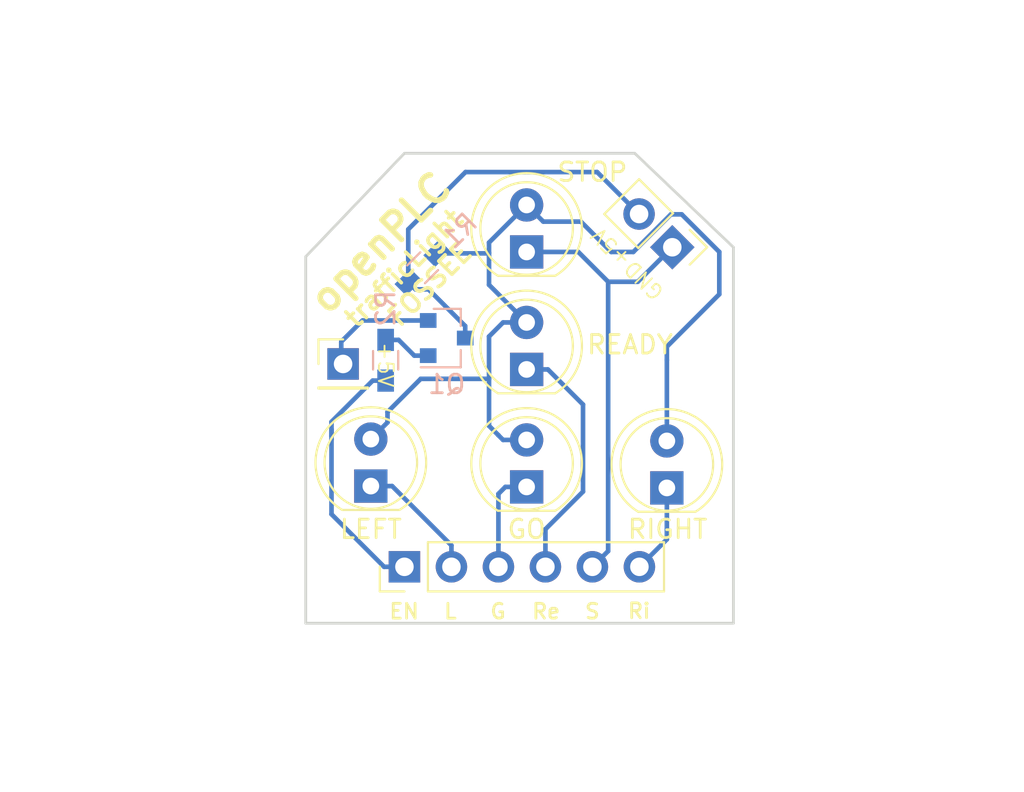
<source format=kicad_pcb>
(kicad_pcb (version 20171130) (host pcbnew 5.0.1)

  (general
    (thickness 1.6)
    (drawings 22)
    (tracks 73)
    (zones 0)
    (modules 11)
    (nets 11)
  )

  (page A4)
  (layers
    (0 F.Cu signal)
    (31 B.Cu signal)
    (32 B.Adhes user)
    (33 F.Adhes user)
    (34 B.Paste user)
    (35 F.Paste user)
    (36 B.SilkS user)
    (37 F.SilkS user)
    (38 B.Mask user)
    (39 F.Mask user)
    (40 Dwgs.User user)
    (41 Cmts.User user)
    (42 Eco1.User user)
    (43 Eco2.User user)
    (44 Edge.Cuts user)
    (45 Margin user)
    (46 B.CrtYd user hide)
    (47 F.CrtYd user hide)
    (48 B.Fab user hide)
    (49 F.Fab user hide)
  )

  (setup
    (last_trace_width 0.25)
    (trace_clearance 0.2)
    (zone_clearance 0.508)
    (zone_45_only no)
    (trace_min 0.2)
    (segment_width 0.2)
    (edge_width 0.15)
    (via_size 0.8)
    (via_drill 0.4)
    (via_min_size 0.4)
    (via_min_drill 0.3)
    (uvia_size 0.3)
    (uvia_drill 0.1)
    (uvias_allowed no)
    (uvia_min_size 0.2)
    (uvia_min_drill 0.1)
    (pcb_text_width 0.3)
    (pcb_text_size 1.5 1.5)
    (mod_edge_width 0.15)
    (mod_text_size 1 1)
    (mod_text_width 0.15)
    (pad_size 1.524 1.524)
    (pad_drill 0.762)
    (pad_to_mask_clearance 0.051)
    (solder_mask_min_width 0.25)
    (aux_axis_origin 0 0)
    (visible_elements FFFFFF7F)
    (pcbplotparams
      (layerselection 0x010fc_ffffffff)
      (usegerberextensions false)
      (usegerberattributes false)
      (usegerberadvancedattributes false)
      (creategerberjobfile false)
      (excludeedgelayer true)
      (linewidth 0.100000)
      (plotframeref false)
      (viasonmask false)
      (mode 1)
      (useauxorigin false)
      (hpglpennumber 1)
      (hpglpenspeed 20)
      (hpglpendiameter 15.000000)
      (psnegative false)
      (psa4output false)
      (plotreference true)
      (plotvalue true)
      (plotinvisibletext false)
      (padsonsilk false)
      (subtractmaskfromsilk false)
      (outputformat 1)
      (mirror false)
      (drillshape 0)
      (scaleselection 1)
      (outputdirectory "gerber/"))
  )

  (net 0 "")
  (net 1 "Net-(D1-Pad2)")
  (net 2 "Net-(D1-Pad1)")
  (net 3 "Net-(D2-Pad1)")
  (net 4 "Net-(D3-Pad1)")
  (net 5 "Net-(D4-Pad1)")
  (net 6 "Net-(D5-Pad1)")
  (net 7 +5C)
  (net 8 "Net-(J2-Pad2)")
  (net 9 "Net-(J1-Pad1)")
  (net 10 "Net-(Q1-Pad1)")

  (net_class Default "This is the default net class."
    (clearance 0.2)
    (trace_width 0.25)
    (via_dia 0.8)
    (via_drill 0.4)
    (uvia_dia 0.3)
    (uvia_drill 0.1)
    (add_net +5C)
    (add_net "Net-(D1-Pad1)")
    (add_net "Net-(D1-Pad2)")
    (add_net "Net-(D2-Pad1)")
    (add_net "Net-(D3-Pad1)")
    (add_net "Net-(D4-Pad1)")
    (add_net "Net-(D5-Pad1)")
    (add_net "Net-(J1-Pad1)")
    (add_net "Net-(J2-Pad2)")
    (add_net "Net-(Q1-Pad1)")
  )

  (module Resistors_SMD:R_0603_HandSoldering (layer B.Cu) (tedit 58E0A804) (tstamp 5C471230)
    (at 139.7 94.5 270)
    (descr "Resistor SMD 0603, hand soldering")
    (tags "resistor 0603")
    (path /5C48B1E4)
    (attr smd)
    (fp_text reference R2 (at -2.8 0 270) (layer B.SilkS)
      (effects (font (size 1 1) (thickness 0.15)) (justify mirror))
    )
    (fp_text value R (at 0 -1.55 270) (layer B.Fab)
      (effects (font (size 1 1) (thickness 0.15)) (justify mirror))
    )
    (fp_line (start 1.95 -0.7) (end -1.96 -0.7) (layer B.CrtYd) (width 0.05))
    (fp_line (start 1.95 -0.7) (end 1.95 0.7) (layer B.CrtYd) (width 0.05))
    (fp_line (start -1.96 0.7) (end -1.96 -0.7) (layer B.CrtYd) (width 0.05))
    (fp_line (start -1.96 0.7) (end 1.95 0.7) (layer B.CrtYd) (width 0.05))
    (fp_line (start -0.5 0.68) (end 0.5 0.68) (layer B.SilkS) (width 0.12))
    (fp_line (start 0.5 -0.68) (end -0.5 -0.68) (layer B.SilkS) (width 0.12))
    (fp_line (start -0.8 0.4) (end 0.8 0.4) (layer B.Fab) (width 0.1))
    (fp_line (start 0.8 0.4) (end 0.8 -0.4) (layer B.Fab) (width 0.1))
    (fp_line (start 0.8 -0.4) (end -0.8 -0.4) (layer B.Fab) (width 0.1))
    (fp_line (start -0.8 -0.4) (end -0.8 0.4) (layer B.Fab) (width 0.1))
    (fp_text user %R (at 0 0 270) (layer B.Fab)
      (effects (font (size 0.4 0.4) (thickness 0.075)) (justify mirror))
    )
    (pad 2 smd rect (at 1.1 0 270) (size 1.2 0.9) (layers B.Cu B.Paste B.Mask)
      (net 9 "Net-(J1-Pad1)"))
    (pad 1 smd rect (at -1.1 0 270) (size 1.2 0.9) (layers B.Cu B.Paste B.Mask)
      (net 10 "Net-(Q1-Pad1)"))
    (model ${KISYS3DMOD}/Resistors_SMD.3dshapes/R_0603.wrl
      (at (xyz 0 0 0))
      (scale (xyz 1 1 1))
      (rotate (xyz 0 0 0))
    )
  )

  (module Socket_Strips:Socket_Strip_Straight_1x01_Pitch2.54mm (layer F.Cu) (tedit 5C91CEC9) (tstamp 5C46FFB9)
    (at 137.4 94.7)
    (descr "Through hole straight socket strip, 1x01, 2.54mm pitch, single row")
    (tags "Through hole socket strip THT 1x01 2.54mm single row")
    (path /5C485FD5)
    (fp_text reference J3 (at -1.4 -2.2) (layer F.SilkS) hide
      (effects (font (size 0.5 0.5) (thickness 0.125)))
    )
    (fp_text value Conn_01x01_Male (at 0 2.33) (layer F.Fab)
      (effects (font (size 1 1) (thickness 0.15)))
    )
    (fp_text user %R (at 0 -2.33) (layer F.Fab)
      (effects (font (size 1 1) (thickness 0.15)))
    )
    (fp_line (start 1.8 -1.8) (end -1.8 -1.8) (layer F.CrtYd) (width 0.05))
    (fp_line (start 1.8 1.8) (end 1.8 -1.8) (layer F.CrtYd) (width 0.05))
    (fp_line (start -1.8 1.8) (end 1.8 1.8) (layer F.CrtYd) (width 0.05))
    (fp_line (start -1.8 -1.8) (end -1.8 1.8) (layer F.CrtYd) (width 0.05))
    (fp_line (start -1.33 -1.33) (end 0 -1.33) (layer F.SilkS) (width 0.12))
    (fp_line (start -1.33 0) (end -1.33 -1.33) (layer F.SilkS) (width 0.12))
    (fp_line (start 1.33 1.27) (end -1.33 1.27) (layer F.SilkS) (width 0.12))
    (fp_line (start 1.33 1.33) (end 1.33 1.27) (layer F.SilkS) (width 0.12))
    (fp_line (start -1.33 1.33) (end 1.33 1.33) (layer F.SilkS) (width 0.12))
    (fp_line (start -1.33 1.27) (end -1.33 1.33) (layer F.SilkS) (width 0.12))
    (fp_line (start 1.27 -1.27) (end -1.27 -1.27) (layer F.Fab) (width 0.1))
    (fp_line (start 1.27 1.27) (end 1.27 -1.27) (layer F.Fab) (width 0.1))
    (fp_line (start -1.27 1.27) (end 1.27 1.27) (layer F.Fab) (width 0.1))
    (fp_line (start -1.27 -1.27) (end -1.27 1.27) (layer F.Fab) (width 0.1))
    (pad 1 thru_hole rect (at 0 0) (size 1.7 1.7) (drill 1) (layers *.Cu *.Mask)
      (net 7 +5C))
    (model ${KISYS3DMOD}/Socket_Strips.3dshapes/Socket_Strip_Straight_1x01_Pitch2.54mm.wrl
      (at (xyz 0 0 0))
      (scale (xyz 1 1 1))
      (rotate (xyz 0 0 270))
    )
  )

  (module TO_SOT_Packages_SMD:SOT-23 (layer B.Cu) (tedit 5C46EEE3) (tstamp 5C46FA52)
    (at 143 93.3)
    (descr "SOT-23, Standard")
    (tags SOT-23)
    (path /5C485559)
    (attr smd)
    (fp_text reference Q1 (at 0 2.5) (layer B.SilkS)
      (effects (font (size 1 1) (thickness 0.15)) (justify mirror))
    )
    (fp_text value MMBT3906 (at 0 -2.5) (layer B.Fab)
      (effects (font (size 1 1) (thickness 0.15)) (justify mirror))
    )
    (fp_line (start 0.76 -1.58) (end -0.7 -1.58) (layer B.SilkS) (width 0.12))
    (fp_line (start 0.76 1.58) (end -1.4 1.58) (layer B.SilkS) (width 0.12))
    (fp_line (start -1.7 -1.75) (end -1.7 1.75) (layer B.CrtYd) (width 0.05))
    (fp_line (start 1.7 -1.75) (end -1.7 -1.75) (layer B.CrtYd) (width 0.05))
    (fp_line (start 1.7 1.75) (end 1.7 -1.75) (layer B.CrtYd) (width 0.05))
    (fp_line (start -1.7 1.75) (end 1.7 1.75) (layer B.CrtYd) (width 0.05))
    (fp_line (start 0.76 1.58) (end 0.76 0.65) (layer B.SilkS) (width 0.12))
    (fp_line (start 0.76 -1.58) (end 0.76 -0.65) (layer B.SilkS) (width 0.12))
    (fp_line (start -0.7 -1.52) (end 0.7 -1.52) (layer B.Fab) (width 0.1))
    (fp_line (start 0.7 1.52) (end 0.7 -1.52) (layer B.Fab) (width 0.1))
    (fp_line (start -0.7 0.95) (end -0.15 1.52) (layer B.Fab) (width 0.1))
    (fp_line (start -0.15 1.52) (end 0.7 1.52) (layer B.Fab) (width 0.1))
    (fp_line (start -0.7 0.95) (end -0.7 -1.5) (layer B.Fab) (width 0.1))
    (fp_text user %R (at 0 0 -90) (layer B.Fab)
      (effects (font (size 0.5 0.5) (thickness 0.075)) (justify mirror))
    )
    (pad 3 smd rect (at 1 0) (size 0.9 0.8) (layers B.Cu B.Paste B.Mask)
      (net 8 "Net-(J2-Pad2)"))
    (pad 2 smd rect (at -1 -0.95) (size 0.9 0.8) (layers B.Cu B.Paste B.Mask)
      (net 7 +5C))
    (pad 1 smd rect (at -1 0.95) (size 0.9 0.8) (layers B.Cu B.Paste B.Mask)
      (net 10 "Net-(Q1-Pad1)"))
    (model ${KISYS3DMOD}/TO_SOT_Packages_SMD.3dshapes/SOT-23.wrl
      (at (xyz 0 0 0))
      (scale (xyz 1 1 1))
      (rotate (xyz 0 0 0))
    )
  )

  (module Socket_Strips:Socket_Strip_Straight_1x02_Pitch2.54mm (layer F.Cu) (tedit 5C91CEEE) (tstamp 5C3D0902)
    (at 155.194 88.392 225)
    (descr "Through hole straight socket strip, 1x02, 2.54mm pitch, single row")
    (tags "Through hole socket strip THT 1x02 2.54mm single row")
    (path /5C3CB942)
    (fp_text reference J2 (at 0 -2.33 225) (layer F.SilkS) hide
      (effects (font (size 1 1) (thickness 0.15)))
    )
    (fp_text value Conn_01x02_Male (at 0 4.87 225) (layer F.Fab)
      (effects (font (size 1 1) (thickness 0.15)))
    )
    (fp_text user %R (at 0 -2.33 225) (layer F.Fab)
      (effects (font (size 1 1) (thickness 0.15)))
    )
    (fp_line (start 1.8 -1.8) (end -1.8 -1.8) (layer F.CrtYd) (width 0.05))
    (fp_line (start 1.8 4.35) (end 1.8 -1.8) (layer F.CrtYd) (width 0.05))
    (fp_line (start -1.8 4.35) (end 1.8 4.35) (layer F.CrtYd) (width 0.05))
    (fp_line (start -1.8 -1.8) (end -1.8 4.35) (layer F.CrtYd) (width 0.05))
    (fp_line (start -1.33 -1.33) (end 0 -1.33) (layer F.SilkS) (width 0.12))
    (fp_line (start -1.33 0) (end -1.33 -1.33) (layer F.SilkS) (width 0.12))
    (fp_line (start 1.33 1.27) (end -1.33 1.27) (layer F.SilkS) (width 0.12))
    (fp_line (start 1.33 3.87) (end 1.33 1.27) (layer F.SilkS) (width 0.12))
    (fp_line (start -1.33 3.87) (end 1.33 3.87) (layer F.SilkS) (width 0.12))
    (fp_line (start -1.33 1.27) (end -1.33 3.87) (layer F.SilkS) (width 0.12))
    (fp_line (start 1.27 -1.27) (end -1.27 -1.27) (layer F.Fab) (width 0.1))
    (fp_line (start 1.27 3.81) (end 1.27 -1.27) (layer F.Fab) (width 0.1))
    (fp_line (start -1.27 3.81) (end 1.27 3.81) (layer F.Fab) (width 0.1))
    (fp_line (start -1.27 -1.27) (end -1.27 3.81) (layer F.Fab) (width 0.1))
    (pad 2 thru_hole oval (at 0 2.54 225) (size 1.7 1.7) (drill 1) (layers *.Cu *.Mask)
      (net 8 "Net-(J2-Pad2)"))
    (pad 1 thru_hole rect (at 0 0 225) (size 1.7 1.7) (drill 1) (layers *.Cu *.Mask)
      (net 6 "Net-(D5-Pad1)"))
    (model ${KISYS3DMOD}/Socket_Strips.3dshapes/Socket_Strip_Straight_1x02_Pitch2.54mm.wrl
      (offset (xyz 0 -1.269999980926514 0))
      (scale (xyz 1 1 1))
      (rotate (xyz 0 0 270))
    )
  )

  (module LEDs:LED_D5.0mm (layer F.Cu) (tedit 5C3C664C) (tstamp 5C3D104C)
    (at 147.32 88.646 90)
    (descr "LED, diameter 5.0mm, 2 pins, http://cdn-reichelt.de/documents/datenblatt/A500/LL-504BC2E-009.pdf")
    (tags "LED diameter 5.0mm 2 pins")
    (path /5C2C2A10)
    (fp_text reference D5 (at 3.671 4.255 180) (layer F.Fab)
      (effects (font (size 1 1) (thickness 0.15)))
    )
    (fp_text value STOP (at 4.318 3.556 180) (layer F.SilkS)
      (effects (font (size 1 1) (thickness 0.15)))
    )
    (fp_text user %R (at 1.25 0 90) (layer F.Fab)
      (effects (font (size 0.8 0.8) (thickness 0.2)))
    )
    (fp_line (start 4.5 -3.25) (end -1.95 -3.25) (layer F.CrtYd) (width 0.05))
    (fp_line (start 4.5 3.25) (end 4.5 -3.25) (layer F.CrtYd) (width 0.05))
    (fp_line (start -1.95 3.25) (end 4.5 3.25) (layer F.CrtYd) (width 0.05))
    (fp_line (start -1.95 -3.25) (end -1.95 3.25) (layer F.CrtYd) (width 0.05))
    (fp_line (start -1.29 -1.545) (end -1.29 1.545) (layer F.SilkS) (width 0.12))
    (fp_line (start -1.23 -1.469694) (end -1.23 1.469694) (layer F.Fab) (width 0.1))
    (fp_circle (center 1.27 0) (end 3.77 0) (layer F.SilkS) (width 0.12))
    (fp_circle (center 1.27 0) (end 3.77 0) (layer F.Fab) (width 0.1))
    (fp_arc (start 1.27 0) (end -1.29 1.54483) (angle -148.9) (layer F.SilkS) (width 0.12))
    (fp_arc (start 1.27 0) (end -1.29 -1.54483) (angle 148.9) (layer F.SilkS) (width 0.12))
    (fp_arc (start 1.27 0) (end -1.23 -1.469694) (angle 299.1) (layer F.Fab) (width 0.1))
    (pad 2 thru_hole circle (at 2.54 0 90) (size 1.8 1.8) (drill 0.9) (layers *.Cu *.Mask)
      (net 1 "Net-(D1-Pad2)"))
    (pad 1 thru_hole rect (at 0 0 90) (size 1.8 1.8) (drill 0.9) (layers *.Cu *.Mask)
      (net 6 "Net-(D5-Pad1)"))
    (model ${KISYS3DMOD}/LEDs.3dshapes/LED_D5.0mm.wrl
      (at (xyz 0 0 0))
      (scale (xyz 0.393701 0.393701 0.393701))
      (rotate (xyz 0 0 0))
    )
  )

  (module LEDs:LED_D5.0mm (layer F.Cu) (tedit 5C91CE5C) (tstamp 5C32ED25)
    (at 147.32 94.996 90)
    (descr "LED, diameter 5.0mm, 2 pins, http://cdn-reichelt.de/documents/datenblatt/A500/LL-504BC2E-009.pdf")
    (tags "LED diameter 5.0mm 2 pins")
    (path /5C2C2A6F)
    (fp_text reference D4 (at 2.471 -4.22 180) (layer F.Fab)
      (effects (font (size 1 1) (thickness 0.15)))
    )
    (fp_text value READY (at 1.3425 5.588 180) (layer F.SilkS)
      (effects (font (size 1 1) (thickness 0.15)))
    )
    (fp_arc (start 1.27 0) (end -1.23 -1.469694) (angle 299.1) (layer F.Fab) (width 0.1))
    (fp_arc (start 1.27 0) (end -1.29 -1.54483) (angle 148.9) (layer F.SilkS) (width 0.12))
    (fp_arc (start 1.27 0) (end -1.29 1.54483) (angle -148.9) (layer F.SilkS) (width 0.12))
    (fp_circle (center 1.27 0) (end 3.77 0) (layer F.Fab) (width 0.1))
    (fp_circle (center 1.27 0) (end 3.77 0) (layer F.SilkS) (width 0.12))
    (fp_line (start -1.23 -1.469694) (end -1.23 1.469694) (layer F.Fab) (width 0.1))
    (fp_line (start -1.29 -1.545) (end -1.29 1.545) (layer F.SilkS) (width 0.12))
    (fp_line (start -1.95 -3.25) (end -1.95 3.25) (layer F.CrtYd) (width 0.05))
    (fp_line (start -1.95 3.25) (end 4.5 3.25) (layer F.CrtYd) (width 0.05))
    (fp_line (start 4.5 3.25) (end 4.5 -3.25) (layer F.CrtYd) (width 0.05))
    (fp_line (start 4.5 -3.25) (end -1.95 -3.25) (layer F.CrtYd) (width 0.05))
    (fp_text user %R (at 1.25 0 90) (layer F.Fab)
      (effects (font (size 0.8 0.8) (thickness 0.2)))
    )
    (pad 1 thru_hole rect (at 0 0 90) (size 1.8 1.8) (drill 0.9) (layers *.Cu *.Mask)
      (net 5 "Net-(D4-Pad1)"))
    (pad 2 thru_hole circle (at 2.54 0 90) (size 1.8 1.8) (drill 0.9) (layers *.Cu *.Mask)
      (net 1 "Net-(D1-Pad2)"))
    (model ${KISYS3DMOD}/LEDs.3dshapes/LED_D5.0mm.wrl
      (at (xyz 0 0 0))
      (scale (xyz 0.393701 0.393701 0.393701))
      (rotate (xyz 0 0 0))
    )
  )

  (module LEDs:LED_D5.0mm (layer F.Cu) (tedit 5C91CE62) (tstamp 5C32EF6F)
    (at 154.9 101.4 90)
    (descr "LED, diameter 5.0mm, 2 pins, http://cdn-reichelt.de/documents/datenblatt/A500/LL-504BC2E-009.pdf")
    (tags "LED diameter 5.0mm 2 pins")
    (path /5C2C2AD6)
    (fp_text reference D3 (at 5.175 -2.075 180) (layer F.Fab)
      (effects (font (size 1 1) (thickness 0.15)))
    )
    (fp_text value RIGHT (at -2.232 0.04 180) (layer F.SilkS)
      (effects (font (size 1 1) (thickness 0.15)))
    )
    (fp_text user %R (at 1.25 0 90) (layer F.Fab)
      (effects (font (size 0.8 0.8) (thickness 0.2)))
    )
    (fp_line (start 4.5 -3.25) (end -1.95 -3.25) (layer F.CrtYd) (width 0.05))
    (fp_line (start 4.5 3.25) (end 4.5 -3.25) (layer F.CrtYd) (width 0.05))
    (fp_line (start -1.95 3.25) (end 4.5 3.25) (layer F.CrtYd) (width 0.05))
    (fp_line (start -1.95 -3.25) (end -1.95 3.25) (layer F.CrtYd) (width 0.05))
    (fp_line (start -1.29 -1.545) (end -1.29 1.545) (layer F.SilkS) (width 0.12))
    (fp_line (start -1.23 -1.469694) (end -1.23 1.469694) (layer F.Fab) (width 0.1))
    (fp_circle (center 1.27 0) (end 3.77 0) (layer F.SilkS) (width 0.12))
    (fp_circle (center 1.27 0) (end 3.77 0) (layer F.Fab) (width 0.1))
    (fp_arc (start 1.27 0) (end -1.29 1.54483) (angle -148.9) (layer F.SilkS) (width 0.12))
    (fp_arc (start 1.27 0) (end -1.29 -1.54483) (angle 148.9) (layer F.SilkS) (width 0.12))
    (fp_arc (start 1.27 0) (end -1.23 -1.469694) (angle 299.1) (layer F.Fab) (width 0.1))
    (pad 2 thru_hole circle (at 2.54 0 90) (size 1.8 1.8) (drill 0.9) (layers *.Cu *.Mask)
      (net 1 "Net-(D1-Pad2)"))
    (pad 1 thru_hole rect (at 0 0 90) (size 1.8 1.8) (drill 0.9) (layers *.Cu *.Mask)
      (net 4 "Net-(D3-Pad1)"))
    (model ${KISYS3DMOD}/LEDs.3dshapes/LED_D5.0mm.wrl
      (at (xyz 0 0 0))
      (scale (xyz 0.393701 0.393701 0.393701))
      (rotate (xyz 0 0 0))
    )
  )

  (module LEDs:LED_D5.0mm (layer F.Cu) (tedit 5C3C6639) (tstamp 5C3D110D)
    (at 147.32 101.346 90)
    (descr "LED, diameter 5.0mm, 2 pins, http://cdn-reichelt.de/documents/datenblatt/A500/LL-504BC2E-009.pdf")
    (tags "LED diameter 5.0mm 2 pins")
    (path /5C2C2A3E)
    (fp_text reference D2 (at 1.27 -4.22 180) (layer F.Fab)
      (effects (font (size 1 1) (thickness 0.15)))
    )
    (fp_text value GO (at -2.286 0 180) (layer F.SilkS)
      (effects (font (size 1 1) (thickness 0.15)))
    )
    (fp_arc (start 1.27 0) (end -1.23 -1.469694) (angle 299.1) (layer F.Fab) (width 0.1))
    (fp_arc (start 1.27 0) (end -1.29 -1.54483) (angle 148.9) (layer F.SilkS) (width 0.12))
    (fp_arc (start 1.27 0) (end -1.29 1.54483) (angle -148.9) (layer F.SilkS) (width 0.12))
    (fp_circle (center 1.27 0) (end 3.77 0) (layer F.Fab) (width 0.1))
    (fp_circle (center 1.27 0) (end 3.77 0) (layer F.SilkS) (width 0.12))
    (fp_line (start -1.23 -1.469694) (end -1.23 1.469694) (layer F.Fab) (width 0.1))
    (fp_line (start -1.29 -1.545) (end -1.29 1.545) (layer F.SilkS) (width 0.12))
    (fp_line (start -1.95 -3.25) (end -1.95 3.25) (layer F.CrtYd) (width 0.05))
    (fp_line (start -1.95 3.25) (end 4.5 3.25) (layer F.CrtYd) (width 0.05))
    (fp_line (start 4.5 3.25) (end 4.5 -3.25) (layer F.CrtYd) (width 0.05))
    (fp_line (start 4.5 -3.25) (end -1.95 -3.25) (layer F.CrtYd) (width 0.05))
    (fp_text user %R (at 1.25 0 90) (layer F.Fab)
      (effects (font (size 0.8 0.8) (thickness 0.2)))
    )
    (pad 1 thru_hole rect (at 0 0 90) (size 1.8 1.8) (drill 0.9) (layers *.Cu *.Mask)
      (net 3 "Net-(D2-Pad1)"))
    (pad 2 thru_hole circle (at 2.54 0 90) (size 1.8 1.8) (drill 0.9) (layers *.Cu *.Mask)
      (net 1 "Net-(D1-Pad2)"))
    (model ${KISYS3DMOD}/LEDs.3dshapes/LED_D5.0mm.wrl
      (at (xyz 0 0 0))
      (scale (xyz 0.393701 0.393701 0.393701))
      (rotate (xyz 0 0 0))
    )
  )

  (module LEDs:LED_D5.0mm (layer F.Cu) (tedit 5C91CE69) (tstamp 5C91D0A8)
    (at 138.9 101.3 90)
    (descr "LED, diameter 5.0mm, 2 pins, http://cdn-reichelt.de/documents/datenblatt/A500/LL-504BC2E-009.pdf")
    (tags "LED diameter 5.0mm 2 pins")
    (path /5C2C2999)
    (fp_text reference D1 (at 5.125 -2.15 180) (layer F.Fab)
      (effects (font (size 1 1) (thickness 0.15)))
    )
    (fp_text value LEFT (at -2.332 0 180) (layer F.SilkS)
      (effects (font (size 1 1) (thickness 0.15)))
    )
    (fp_text user %R (at 1.25 0 90) (layer F.Fab)
      (effects (font (size 0.8 0.8) (thickness 0.2)))
    )
    (fp_line (start 4.5 -3.25) (end -1.95 -3.25) (layer F.CrtYd) (width 0.05))
    (fp_line (start 4.5 3.25) (end 4.5 -3.25) (layer F.CrtYd) (width 0.05))
    (fp_line (start -1.95 3.25) (end 4.5 3.25) (layer F.CrtYd) (width 0.05))
    (fp_line (start -1.95 -3.25) (end -1.95 3.25) (layer F.CrtYd) (width 0.05))
    (fp_line (start -1.29 -1.545) (end -1.29 1.545) (layer F.SilkS) (width 0.12))
    (fp_line (start -1.23 -1.469694) (end -1.23 1.469694) (layer F.Fab) (width 0.1))
    (fp_circle (center 1.27 0) (end 3.77 0) (layer F.SilkS) (width 0.12))
    (fp_circle (center 1.27 0) (end 3.77 0) (layer F.Fab) (width 0.1))
    (fp_arc (start 1.27 0) (end -1.29 1.54483) (angle -148.9) (layer F.SilkS) (width 0.12))
    (fp_arc (start 1.27 0) (end -1.29 -1.54483) (angle 148.9) (layer F.SilkS) (width 0.12))
    (fp_arc (start 1.27 0) (end -1.23 -1.469694) (angle 299.1) (layer F.Fab) (width 0.1))
    (pad 2 thru_hole circle (at 2.54 0 90) (size 1.8 1.8) (drill 0.9) (layers *.Cu *.Mask)
      (net 1 "Net-(D1-Pad2)"))
    (pad 1 thru_hole rect (at 0 0 90) (size 1.8 1.8) (drill 0.9) (layers *.Cu *.Mask)
      (net 2 "Net-(D1-Pad1)"))
    (model ${KISYS3DMOD}/LEDs.3dshapes/LED_D5.0mm.wrl
      (at (xyz 0 0 0))
      (scale (xyz 0.393701 0.393701 0.393701))
      (rotate (xyz 0 0 0))
    )
  )

  (module Socket_Strips:Socket_Strip_Straight_1x06_Pitch2.54mm (layer F.Cu) (tedit 5C91CEBF) (tstamp 5C2CAD23)
    (at 140.716 105.664 90)
    (descr "Through hole straight socket strip, 1x06, 2.54mm pitch, single row")
    (tags "Through hole socket strip THT 1x06 2.54mm single row")
    (path /5C2C6811)
    (fp_text reference J1 (at 0 15.494 180) (layer F.SilkS) hide
      (effects (font (size 1 1) (thickness 0.15)))
    )
    (fp_text value Conn_01x06_Male (at -4.064 6.096 180) (layer F.Fab)
      (effects (font (size 1 1) (thickness 0.15)))
    )
    (fp_text user %R (at 0 -2.33 90) (layer F.Fab)
      (effects (font (size 1 1) (thickness 0.15)))
    )
    (fp_line (start 1.8 -1.8) (end -1.8 -1.8) (layer F.CrtYd) (width 0.05))
    (fp_line (start 1.8 14.5) (end 1.8 -1.8) (layer F.CrtYd) (width 0.05))
    (fp_line (start -1.8 14.5) (end 1.8 14.5) (layer F.CrtYd) (width 0.05))
    (fp_line (start -1.8 -1.8) (end -1.8 14.5) (layer F.CrtYd) (width 0.05))
    (fp_line (start -1.33 -1.33) (end 0 -1.33) (layer F.SilkS) (width 0.12))
    (fp_line (start -1.33 0) (end -1.33 -1.33) (layer F.SilkS) (width 0.12))
    (fp_line (start 1.33 1.27) (end -1.33 1.27) (layer F.SilkS) (width 0.12))
    (fp_line (start 1.33 14.03) (end 1.33 1.27) (layer F.SilkS) (width 0.12))
    (fp_line (start -1.33 14.03) (end 1.33 14.03) (layer F.SilkS) (width 0.12))
    (fp_line (start -1.33 1.27) (end -1.33 14.03) (layer F.SilkS) (width 0.12))
    (fp_line (start 1.27 -1.27) (end -1.27 -1.27) (layer F.Fab) (width 0.1))
    (fp_line (start 1.27 13.97) (end 1.27 -1.27) (layer F.Fab) (width 0.1))
    (fp_line (start -1.27 13.97) (end 1.27 13.97) (layer F.Fab) (width 0.1))
    (fp_line (start -1.27 -1.27) (end -1.27 13.97) (layer F.Fab) (width 0.1))
    (pad 6 thru_hole oval (at 0 12.7 90) (size 1.7 1.7) (drill 1) (layers *.Cu *.Mask)
      (net 4 "Net-(D3-Pad1)"))
    (pad 5 thru_hole oval (at 0 10.16 90) (size 1.7 1.7) (drill 1) (layers *.Cu *.Mask)
      (net 6 "Net-(D5-Pad1)"))
    (pad 4 thru_hole oval (at 0 7.62 90) (size 1.7 1.7) (drill 1) (layers *.Cu *.Mask)
      (net 5 "Net-(D4-Pad1)"))
    (pad 3 thru_hole oval (at 0 5.08 90) (size 1.7 1.7) (drill 1) (layers *.Cu *.Mask)
      (net 3 "Net-(D2-Pad1)"))
    (pad 2 thru_hole oval (at 0 2.54 90) (size 1.7 1.7) (drill 1) (layers *.Cu *.Mask)
      (net 2 "Net-(D1-Pad1)"))
    (pad 1 thru_hole rect (at 0 0 90) (size 1.7 1.7) (drill 1) (layers *.Cu *.Mask)
      (net 9 "Net-(J1-Pad1)"))
    (model ${KISYS3DMOD}/Socket_Strips.3dshapes/Socket_Strip_Straight_1x06_Pitch2.54mm.wrl
      (offset (xyz 0 -6.349999904632568 0))
      (scale (xyz 1 1 1))
      (rotate (xyz 0 0 270))
    )
  )

  (module Resistors_SMD:R_0603_HandSoldering (layer B.Cu) (tedit 58E0A804) (tstamp 5C2CA939)
    (at 141.7 89.5 225)
    (descr "Resistor SMD 0603, hand soldering")
    (tags "resistor 0603")
    (path /5C2C3B8D)
    (attr smd)
    (fp_text reference R1 (at -2.828427 0 225) (layer B.SilkS)
      (effects (font (size 1 1) (thickness 0.15)) (justify mirror))
    )
    (fp_text value R (at 0 -1.550001 225) (layer B.Fab)
      (effects (font (size 1 1) (thickness 0.15)) (justify mirror))
    )
    (fp_line (start 1.95 -0.7) (end -1.96 -0.7) (layer B.CrtYd) (width 0.05))
    (fp_line (start 1.95 -0.7) (end 1.95 0.7) (layer B.CrtYd) (width 0.05))
    (fp_line (start -1.96 0.7) (end -1.96 -0.7) (layer B.CrtYd) (width 0.05))
    (fp_line (start -1.96 0.7) (end 1.95 0.7) (layer B.CrtYd) (width 0.05))
    (fp_line (start -0.5 0.68) (end 0.5 0.68) (layer B.SilkS) (width 0.12))
    (fp_line (start 0.5 -0.68) (end -0.5 -0.68) (layer B.SilkS) (width 0.12))
    (fp_line (start -0.8 0.4) (end 0.8 0.4) (layer B.Fab) (width 0.1))
    (fp_line (start 0.8 0.4) (end 0.8 -0.4) (layer B.Fab) (width 0.1))
    (fp_line (start 0.8 -0.4) (end -0.8 -0.4) (layer B.Fab) (width 0.1))
    (fp_line (start -0.8 -0.4) (end -0.8 0.4) (layer B.Fab) (width 0.1))
    (fp_text user %R (at 0 0 225) (layer B.Fab)
      (effects (font (size 0.4 0.4) (thickness 0.075)) (justify mirror))
    )
    (pad 2 smd rect (at 1.099999 0 225) (size 1.2 0.9) (layers B.Cu B.Paste B.Mask)
      (net 8 "Net-(J2-Pad2)"))
    (pad 1 smd rect (at -1.099999 0 225) (size 1.2 0.9) (layers B.Cu B.Paste B.Mask)
      (net 1 "Net-(D1-Pad2)"))
    (model ${KISYS3DMOD}/Resistors_SMD.3dshapes/R_0603.wrl
      (at (xyz 0 0 0))
      (scale (xyz 1 1 1))
      (rotate (xyz 0 0 0))
    )
  )

  (gr_text +5V (at 139.7 94.742 270) (layer F.SilkS) (tstamp 5C4701EB)
    (effects (font (size 0.8 0.8) (thickness 0.1)))
  )
  (gr_text GND (at 153.67 90.17 135) (layer F.SilkS) (tstamp 5C91D1F5)
    (effects (font (size 0.8 0.8) (thickness 0.1)))
  )
  (gr_text +5V (at 151.892 88.392 135) (layer F.SilkS)
    (effects (font (size 0.8 0.8) (thickness 0.1)))
  )
  (dimension 12.446 (width 0.3) (layer Margin)
    (gr_text "12.446 mm" (at 146.939 76.132) (layer Margin)
      (effects (font (size 1.5 1.5) (thickness 0.3)))
    )
    (feature1 (pts (xy 153.162 83.312) (xy 153.162 77.645579)))
    (feature2 (pts (xy 140.716 83.312) (xy 140.716 77.645579)))
    (crossbar (pts (xy 140.716 78.232) (xy 153.162 78.232)))
    (arrow1a (pts (xy 153.162 78.232) (xy 152.035496 78.818421)))
    (arrow1b (pts (xy 153.162 78.232) (xy 152.035496 77.645579)))
    (arrow2a (pts (xy 140.716 78.232) (xy 141.842504 78.818421)))
    (arrow2b (pts (xy 140.716 78.232) (xy 141.842504 77.645579)))
  )
  (dimension 19.812 (width 0.3) (layer Margin)
    (gr_text "19.812 mm" (at 124.392 98.806 270) (layer Margin)
      (effects (font (size 1.5 1.5) (thickness 0.3)))
    )
    (feature1 (pts (xy 135.382 108.712) (xy 125.905579 108.712)))
    (feature2 (pts (xy 135.382 88.9) (xy 125.905579 88.9)))
    (crossbar (pts (xy 126.492 88.9) (xy 126.492 108.712)))
    (arrow1a (pts (xy 126.492 108.712) (xy 125.905579 107.585496)))
    (arrow1b (pts (xy 126.492 108.712) (xy 127.078421 107.585496)))
    (arrow2a (pts (xy 126.492 88.9) (xy 125.905579 90.026504)))
    (arrow2b (pts (xy 126.492 88.9) (xy 127.078421 90.026504)))
  )
  (dimension 7.725108 (width 0.3) (layer Margin)
    (gr_text "7.725 mm" (at 133.080496 81.363338 46.33221985) (layer Margin)
      (effects (font (size 1.5 1.5) (thickness 0.3)))
    )
    (feature1 (pts (xy 140.716 83.312) (xy 136.842352 79.614427)))
    (feature2 (pts (xy 135.382 88.9) (xy 131.508352 85.202427)))
    (crossbar (pts (xy 131.932543 85.607337) (xy 137.266543 80.019337)))
    (arrow1a (pts (xy 137.266543 80.019337) (xy 136.91291 81.239109)))
    (arrow1b (pts (xy 137.266543 80.019337) (xy 136.064529 80.42929)))
    (arrow2a (pts (xy 131.932543 85.607337) (xy 133.134557 85.197384)))
    (arrow2b (pts (xy 131.932543 85.607337) (xy 132.286176 84.387565)))
  )
  (dimension 23.114 (width 0.3) (layer Margin)
    (gr_text "23.114 mm" (at 146.939 119.194) (layer Margin)
      (effects (font (size 1.5 1.5) (thickness 0.3)))
    )
    (feature1 (pts (xy 158.496 108.712) (xy 158.496 117.680421)))
    (feature2 (pts (xy 135.382 108.712) (xy 135.382 117.680421)))
    (crossbar (pts (xy 135.382 117.094) (xy 158.496 117.094)))
    (arrow1a (pts (xy 158.496 117.094) (xy 157.369496 117.680421)))
    (arrow1b (pts (xy 158.496 117.094) (xy 157.369496 116.507579)))
    (arrow2a (pts (xy 135.382 117.094) (xy 136.508504 117.680421)))
    (arrow2b (pts (xy 135.382 117.094) (xy 136.508504 116.507579)))
  )
  (dimension 25.4 (width 0.3) (layer Margin)
    (gr_text "25.400 mm" (at 172.28 96.012 270) (layer Margin)
      (effects (font (size 1.5 1.5) (thickness 0.3)))
    )
    (feature1 (pts (xy 153.162 108.712) (xy 170.766421 108.712)))
    (feature2 (pts (xy 153.162 83.312) (xy 170.766421 83.312)))
    (crossbar (pts (xy 170.18 83.312) (xy 170.18 108.712)))
    (arrow1a (pts (xy 170.18 108.712) (xy 169.593579 107.585496)))
    (arrow1b (pts (xy 170.18 108.712) (xy 170.766421 107.585496)))
    (arrow2a (pts (xy 170.18 83.312) (xy 169.593579 84.438504)))
    (arrow2b (pts (xy 170.18 83.312) (xy 170.766421 84.438504)))
  )
  (gr_text "trafficLight\n FOSSEE" (at 141.25 90.1 45) (layer F.SilkS)
    (effects (font (size 1 1) (thickness 0.2)))
  )
  (gr_text "openPLC\n\n" (at 140.275 89 45) (layer F.SilkS) (tstamp 5C4715E0)
    (effects (font (size 1.5 1.5) (thickness 0.3)))
  )
  (gr_text Re (at 148.375 108.075) (layer F.SilkS)
    (effects (font (size 0.8 0.8) (thickness 0.15)))
  )
  (gr_text S (at 150.875 108.075) (layer F.SilkS)
    (effects (font (size 0.8 0.8) (thickness 0.15)))
  )
  (gr_text Ri (at 153.4 108.05) (layer F.SilkS)
    (effects (font (size 0.8 0.8) (thickness 0.15)))
  )
  (gr_text G (at 145.775 108.075) (layer F.SilkS)
    (effects (font (size 0.8 0.8) (thickness 0.15)))
  )
  (gr_text L (at 143.2 108.075) (layer F.SilkS)
    (effects (font (size 0.8 0.8) (thickness 0.15)))
  )
  (gr_text EN (at 140.7 108.075) (layer F.SilkS) (tstamp 5C471301)
    (effects (font (size 0.8 0.8) (thickness 0.15)))
  )
  (gr_line (start 158.496 88.392) (end 158.496 108.712) (layer Edge.Cuts) (width 0.15))
  (gr_line (start 153.162 83.312) (end 158.496 88.392) (layer Edge.Cuts) (width 0.15) (tstamp 5C2B6D24))
  (gr_line (start 140.716 83.312) (end 153.162 83.312) (layer Edge.Cuts) (width 0.15) (tstamp 5C2B6D1C))
  (gr_line (start 135.382 88.9) (end 140.716 83.312) (layer Edge.Cuts) (width 0.15) (tstamp 5C2B6956))
  (gr_line (start 135.382 108.712) (end 135.382 88.9) (layer Edge.Cuts) (width 0.15))
  (gr_line (start 158.496 108.712) (end 135.382 108.712) (layer Edge.Cuts) (width 0.15))

  (segment (start 147.32 86.106) (end 145.288 88.138) (width 0.25) (layer B.Cu) (net 1) (status 10))
  (segment (start 145.288 90.424) (end 147.32 92.456) (width 0.25) (layer B.Cu) (net 1) (status 20))
  (segment (start 147.32 92.456) (end 146.047208 92.456) (width 0.25) (layer B.Cu) (net 1) (status 10))
  (segment (start 146.047208 92.456) (end 145.288 93.215208) (width 0.25) (layer B.Cu) (net 1))
  (segment (start 145.796 98.554792) (end 145.796 98.552) (width 0.25) (layer B.Cu) (net 1))
  (segment (start 146.047208 98.806) (end 145.796 98.554792) (width 0.25) (layer B.Cu) (net 1))
  (segment (start 147.32 98.806) (end 146.047208 98.806) (width 0.25) (layer B.Cu) (net 1) (status 10))
  (segment (start 145.288 98.044) (end 145.796 98.552) (width 0.25) (layer B.Cu) (net 1))
  (segment (start 145.288 93.215208) (end 145.288 95.504) (width 0.25) (layer B.Cu) (net 1))
  (segment (start 145.288 95.504) (end 145.288 98.044) (width 0.25) (layer B.Cu) (net 1))
  (segment (start 145.288 88.9) (end 145.288 90.424) (width 0.25) (layer B.Cu) (net 1))
  (segment (start 139.799999 97.860001) (end 139.799999 97.300001) (width 0.25) (layer B.Cu) (net 1))
  (segment (start 138.9 98.76) (end 139.799999 97.860001) (width 0.25) (layer B.Cu) (net 1))
  (segment (start 141.596 95.504) (end 145.288 95.504) (width 0.25) (layer B.Cu) (net 1))
  (segment (start 139.799999 97.300001) (end 141.596 95.504) (width 0.25) (layer B.Cu) (net 1))
  (segment (start 148.219999 87.005999) (end 150.251999 87.005999) (width 0.25) (layer B.Cu) (net 1))
  (segment (start 147.32 86.106) (end 148.219999 87.005999) (width 0.25) (layer B.Cu) (net 1))
  (segment (start 150.251999 87.005999) (end 151.892 88.646) (width 0.25) (layer B.Cu) (net 1))
  (segment (start 153.0869 88.646) (end 155.1189 86.614) (width 0.25) (layer B.Cu) (net 1))
  (segment (start 151.892 88.646) (end 153.0869 88.646) (width 0.25) (layer B.Cu) (net 1))
  (segment (start 155.1189 86.614) (end 155.702 86.614) (width 0.25) (layer B.Cu) (net 1))
  (segment (start 155.702 86.614) (end 157.734 88.646) (width 0.25) (layer B.Cu) (net 1))
  (segment (start 157.734 88.646) (end 157.734 90.932) (width 0.25) (layer B.Cu) (net 1))
  (segment (start 154.9 93.766) (end 154.9 94.488) (width 0.25) (layer B.Cu) (net 1))
  (segment (start 157.734 90.932) (end 154.9 93.766) (width 0.25) (layer B.Cu) (net 1))
  (segment (start 154.9 94.488) (end 154.9 98.86) (width 0.25) (layer B.Cu) (net 1))
  (segment (start 145.265817 88.722183) (end 145.288 88.7) (width 0.25) (layer B.Cu) (net 1))
  (segment (start 142.477817 88.722183) (end 145.265817 88.722183) (width 0.25) (layer B.Cu) (net 1))
  (segment (start 145.288 88.138) (end 145.288 88.7) (width 0.25) (layer B.Cu) (net 1))
  (segment (start 145.288 88.7) (end 145.288 88.9) (width 0.25) (layer B.Cu) (net 1))
  (segment (start 143.256 104.506) (end 143.256 105.664) (width 0.25) (layer B.Cu) (net 2))
  (segment (start 140.05 101.3) (end 143.256 104.506) (width 0.25) (layer B.Cu) (net 2))
  (segment (start 138.9 101.3) (end 140.05 101.3) (width 0.25) (layer B.Cu) (net 2))
  (segment (start 145.796 101.72) (end 145.796 104.461919) (width 0.25) (layer B.Cu) (net 3))
  (segment (start 146.17 101.346) (end 145.796 101.72) (width 0.25) (layer B.Cu) (net 3))
  (segment (start 147.32 101.346) (end 146.17 101.346) (width 0.25) (layer B.Cu) (net 3) (status 10))
  (segment (start 145.796 104.461919) (end 145.796 105.664) (width 0.25) (layer B.Cu) (net 3) (status 20))
  (segment (start 154.9 104.18) (end 153.416 105.664) (width 0.25) (layer B.Cu) (net 4))
  (segment (start 154.9 101.4) (end 154.9 104.18) (width 0.25) (layer B.Cu) (net 4))
  (segment (start 148.47 94.996) (end 150.368 96.894) (width 0.25) (layer B.Cu) (net 5))
  (segment (start 147.32 94.996) (end 148.47 94.996) (width 0.25) (layer B.Cu) (net 5) (status 10))
  (segment (start 150.368 96.894) (end 150.368 101.6) (width 0.25) (layer B.Cu) (net 5))
  (segment (start 150.368 101.6) (end 148.336 103.632) (width 0.25) (layer B.Cu) (net 5))
  (segment (start 148.336 103.632) (end 148.336 105.664) (width 0.25) (layer B.Cu) (net 5) (status 20))
  (segment (start 150.114 88.646) (end 147.32 88.646) (width 0.25) (layer B.Cu) (net 6) (status 20))
  (segment (start 151.725999 90.257999) (end 150.114 88.646) (width 0.25) (layer B.Cu) (net 6))
  (segment (start 151.725999 104.814001) (end 151.725999 90.257999) (width 0.25) (layer B.Cu) (net 6) (tstamp 5C3D1888) (status 10))
  (segment (start 150.876 105.664) (end 151.725999 104.814001) (width 0.25) (layer B.Cu) (net 6) (status 30))
  (segment (start 153.328001 90.257999) (end 155.194 88.392) (width 0.25) (layer B.Cu) (net 6))
  (segment (start 151.725999 90.257999) (end 153.328001 90.257999) (width 0.25) (layer B.Cu) (net 6))
  (segment (start 137.3 93.5) (end 137.3 94.6) (width 0.25) (layer B.Cu) (net 7))
  (segment (start 138.45 92.35) (end 137.3 93.5) (width 0.25) (layer B.Cu) (net 7))
  (segment (start 142 92.35) (end 138.45 92.35) (width 0.25) (layer B.Cu) (net 7))
  (segment (start 144.018 84.328) (end 151.13 84.328) (width 0.25) (layer B.Cu) (net 8))
  (segment (start 151.13 84.328) (end 153.397949 86.595949) (width 0.25) (layer B.Cu) (net 8))
  (segment (start 140.922183 87.423817) (end 142.7 85.646) (width 0.25) (layer B.Cu) (net 8))
  (segment (start 140.922183 90.277817) (end 140.922183 87.423817) (width 0.25) (layer B.Cu) (net 8))
  (segment (start 142.7 85.646) (end 144.018 84.328) (width 0.25) (layer B.Cu) (net 8))
  (segment (start 141.311091 90.666725) (end 140.922183 90.277817) (width 0.25) (layer B.Cu) (net 8))
  (segment (start 142.016725 90.666725) (end 141.311091 90.666725) (width 0.25) (layer B.Cu) (net 8))
  (segment (start 144 92.65) (end 142.016725 90.666725) (width 0.25) (layer B.Cu) (net 8))
  (segment (start 144 93.3) (end 144 92.65) (width 0.25) (layer B.Cu) (net 8))
  (segment (start 139.616 105.664) (end 140.716 105.664) (width 0.25) (layer B.Cu) (net 9))
  (segment (start 136.774 102.822) (end 139.616 105.664) (width 0.25) (layer B.Cu) (net 9))
  (segment (start 136.774 98.776) (end 136.774 102.822) (width 0.25) (layer B.Cu) (net 9))
  (segment (start 136.774 97.826) (end 136.774 98.6) (width 0.25) (layer B.Cu) (net 9))
  (segment (start 139 95.6) (end 136.774 97.826) (width 0.25) (layer B.Cu) (net 9))
  (segment (start 139.7 95.6) (end 139 95.6) (width 0.25) (layer B.Cu) (net 9))
  (segment (start 136.774 98.776) (end 136.774 98.6) (width 0.25) (layer B.Cu) (net 9))
  (segment (start 136.774 98.6) (end 136.774 98.226) (width 0.25) (layer B.Cu) (net 9))
  (segment (start 139.7 93.4) (end 140.4 93.4) (width 0.25) (layer B.Cu) (net 10))
  (segment (start 141.25 94.25) (end 142 94.25) (width 0.25) (layer B.Cu) (net 10))
  (segment (start 140.4 93.4) (end 141.25 94.25) (width 0.25) (layer B.Cu) (net 10))

)

</source>
